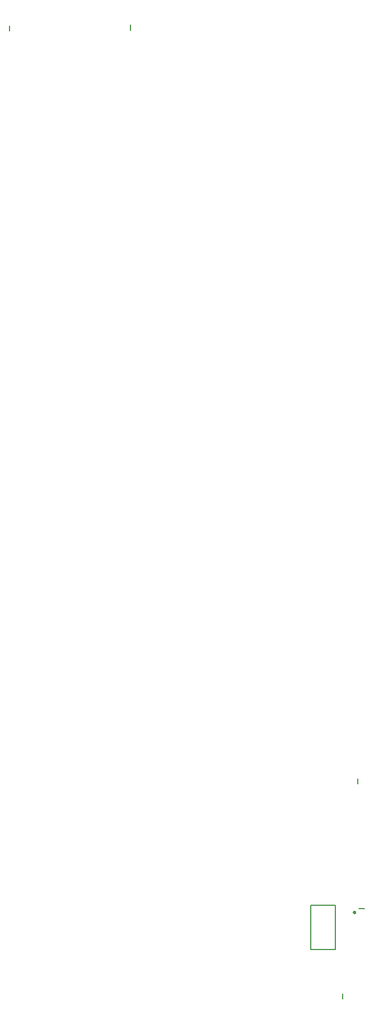
<source format=gbo>
%FSDAX24Y24*%
%MOIN*%
%SFA1B1*%

%IPPOS*%
%ADD52C,0.007900*%
%ADD53C,0.009800*%
%LNde-140824-1*%
%LPD*%
G54D52*
X034169Y013243D02*
Y013557D01*
X035069Y026043D02*
Y026357D01*
X035143Y018635D02*
X035457D01*
X032272Y018819D02*
X033728D01*
Y016181D02*
Y018819D01*
X032272Y016181D02*
X033728D01*
X032272D02*
Y018819D01*
X021531Y070893D02*
Y071207D01*
X014331Y070843D02*
Y071157D01*
G54D53*
X034900Y018406D02*
D01*
X034899Y018409*
X034899Y018412*
X034898Y018416*
X034898Y018419*
X034897Y018422*
X034895Y018425*
X034894Y018429*
X034892Y018431*
X034890Y018434*
X034888Y018437*
X034886Y018440*
X034883Y018442*
X034881Y018444*
X034878Y018446*
X034875Y018448*
X034872Y018450*
X034869Y018451*
X034866Y018452*
X034862Y018453*
X034859Y018454*
X034856Y018454*
X034852Y018454*
X034849*
X034845Y018454*
X034842Y018454*
X034839Y018453*
X034835Y018452*
X034832Y018451*
X034829Y018450*
X034826Y018448*
X034823Y018446*
X034820Y018444*
X034818Y018442*
X034815Y018440*
X034813Y018437*
X034811Y018434*
X034809Y018431*
X034807Y018429*
X034806Y018425*
X034804Y018422*
X034803Y018419*
X034803Y018416*
X034802Y018412*
X034802Y018409*
X034802Y018406*
X034802Y018402*
X034802Y018399*
X034803Y018395*
X034803Y018392*
X034804Y018389*
X034806Y018386*
X034807Y018382*
X034809Y018380*
X034811Y018377*
X034813Y018374*
X034815Y018371*
X034818Y018369*
X034820Y018367*
X034823Y018365*
X034826Y018363*
X034829Y018361*
X034832Y018360*
X034835Y018359*
X034839Y018358*
X034842Y018357*
X034845Y018357*
X034849Y018357*
X034852*
X034856Y018357*
X034859Y018357*
X034862Y018358*
X034866Y018359*
X034869Y018360*
X034872Y018361*
X034875Y018363*
X034878Y018365*
X034881Y018367*
X034883Y018369*
X034886Y018371*
X034888Y018374*
X034890Y018377*
X034892Y018380*
X034894Y018382*
X034895Y018386*
X034897Y018389*
X034898Y018392*
X034898Y018395*
X034899Y018399*
X034899Y018402*
X034900Y018406*
M02*
</source>
